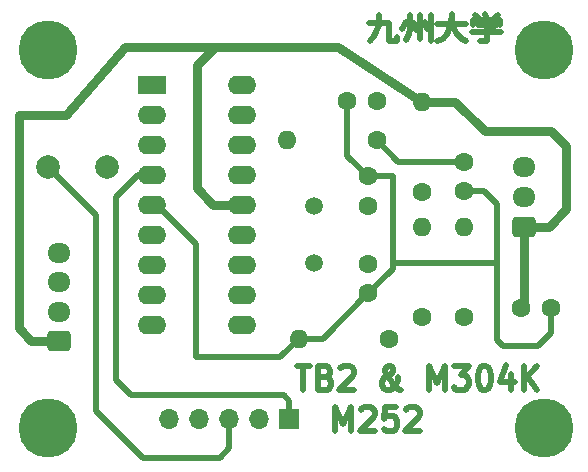
<source format=gbr>
%TF.GenerationSoftware,KiCad,Pcbnew,8.0.7-8.0.7-0~ubuntu22.04.1*%
%TF.CreationDate,2024-12-13T16:21:25+09:00*%
%TF.ProjectId,M252VOLTERA,4d323532-564f-44c5-9445-52412e6b6963,rev?*%
%TF.SameCoordinates,Original*%
%TF.FileFunction,Copper,L1,Top*%
%TF.FilePolarity,Positive*%
%FSLAX46Y46*%
G04 Gerber Fmt 4.6, Leading zero omitted, Abs format (unit mm)*
G04 Created by KiCad (PCBNEW 8.0.7-8.0.7-0~ubuntu22.04.1) date 2024-12-13 16:21:25*
%MOMM*%
%LPD*%
G01*
G04 APERTURE LIST*
G04 Aperture macros list*
%AMRoundRect*
0 Rectangle with rounded corners*
0 $1 Rounding radius*
0 $2 $3 $4 $5 $6 $7 $8 $9 X,Y pos of 4 corners*
0 Add a 4 corners polygon primitive as box body*
4,1,4,$2,$3,$4,$5,$6,$7,$8,$9,$2,$3,0*
0 Add four circle primitives for the rounded corners*
1,1,$1+$1,$2,$3*
1,1,$1+$1,$4,$5*
1,1,$1+$1,$6,$7*
1,1,$1+$1,$8,$9*
0 Add four rect primitives between the rounded corners*
20,1,$1+$1,$2,$3,$4,$5,0*
20,1,$1+$1,$4,$5,$6,$7,0*
20,1,$1+$1,$6,$7,$8,$9,0*
20,1,$1+$1,$8,$9,$2,$3,0*%
G04 Aperture macros list end*
%ADD10C,0.500000*%
%TA.AperFunction,NonConductor*%
%ADD11C,0.500000*%
%TD*%
%TA.AperFunction,ComponentPad*%
%ADD12RoundRect,0.250000X0.725000X-0.600000X0.725000X0.600000X-0.725000X0.600000X-0.725000X-0.600000X0*%
%TD*%
%TA.AperFunction,ComponentPad*%
%ADD13O,1.950000X1.700000*%
%TD*%
%TA.AperFunction,ComponentPad*%
%ADD14C,1.600000*%
%TD*%
%TA.AperFunction,ComponentPad*%
%ADD15O,1.600000X1.600000*%
%TD*%
%TA.AperFunction,ComponentPad*%
%ADD16C,2.000000*%
%TD*%
%TA.AperFunction,WasherPad*%
%ADD17C,5.000000*%
%TD*%
%TA.AperFunction,ComponentPad*%
%ADD18R,2.400000X1.600000*%
%TD*%
%TA.AperFunction,ComponentPad*%
%ADD19O,2.400000X1.600000*%
%TD*%
%TA.AperFunction,ComponentPad*%
%ADD20C,1.500000*%
%TD*%
%TA.AperFunction,ComponentPad*%
%ADD21R,1.700000X1.700000*%
%TD*%
%TA.AperFunction,ComponentPad*%
%ADD22O,1.700000X1.700000*%
%TD*%
%TA.AperFunction,Conductor*%
%ADD23C,0.800000*%
%TD*%
%TA.AperFunction,Conductor*%
%ADD24C,0.500000*%
%TD*%
G04 APERTURE END LIST*
D10*
D11*
X128305137Y-96229238D02*
X128305137Y-94229238D01*
X128305137Y-94229238D02*
X128971804Y-95657809D01*
X128971804Y-95657809D02*
X129638470Y-94229238D01*
X129638470Y-94229238D02*
X129638470Y-96229238D01*
X130495613Y-94419714D02*
X130590851Y-94324476D01*
X130590851Y-94324476D02*
X130781327Y-94229238D01*
X130781327Y-94229238D02*
X131257518Y-94229238D01*
X131257518Y-94229238D02*
X131447994Y-94324476D01*
X131447994Y-94324476D02*
X131543232Y-94419714D01*
X131543232Y-94419714D02*
X131638470Y-94610190D01*
X131638470Y-94610190D02*
X131638470Y-94800666D01*
X131638470Y-94800666D02*
X131543232Y-95086380D01*
X131543232Y-95086380D02*
X130400375Y-96229238D01*
X130400375Y-96229238D02*
X131638470Y-96229238D01*
X133447994Y-94229238D02*
X132495613Y-94229238D01*
X132495613Y-94229238D02*
X132400375Y-95181619D01*
X132400375Y-95181619D02*
X132495613Y-95086380D01*
X132495613Y-95086380D02*
X132686089Y-94991142D01*
X132686089Y-94991142D02*
X133162280Y-94991142D01*
X133162280Y-94991142D02*
X133352756Y-95086380D01*
X133352756Y-95086380D02*
X133447994Y-95181619D01*
X133447994Y-95181619D02*
X133543232Y-95372095D01*
X133543232Y-95372095D02*
X133543232Y-95848285D01*
X133543232Y-95848285D02*
X133447994Y-96038761D01*
X133447994Y-96038761D02*
X133352756Y-96134000D01*
X133352756Y-96134000D02*
X133162280Y-96229238D01*
X133162280Y-96229238D02*
X132686089Y-96229238D01*
X132686089Y-96229238D02*
X132495613Y-96134000D01*
X132495613Y-96134000D02*
X132400375Y-96038761D01*
X134305137Y-94419714D02*
X134400375Y-94324476D01*
X134400375Y-94324476D02*
X134590851Y-94229238D01*
X134590851Y-94229238D02*
X135067042Y-94229238D01*
X135067042Y-94229238D02*
X135257518Y-94324476D01*
X135257518Y-94324476D02*
X135352756Y-94419714D01*
X135352756Y-94419714D02*
X135447994Y-94610190D01*
X135447994Y-94610190D02*
X135447994Y-94800666D01*
X135447994Y-94800666D02*
X135352756Y-95086380D01*
X135352756Y-95086380D02*
X134209899Y-96229238D01*
X134209899Y-96229238D02*
X135447994Y-96229238D01*
D10*
D11*
X131971804Y-61038761D02*
X131971804Y-61895904D01*
X131971804Y-61895904D02*
X131781327Y-62467333D01*
X131781327Y-62467333D02*
X131590851Y-62753047D01*
X131590851Y-62753047D02*
X131209899Y-63229238D01*
X131114661Y-61705428D02*
X132828947Y-61705428D01*
X132828947Y-61705428D02*
X132828947Y-63229238D01*
X132828947Y-63229238D02*
X133495613Y-63229238D01*
X133495613Y-63229238D02*
X133495613Y-62848285D01*
X135495613Y-61038761D02*
X135495613Y-63038761D01*
X136447994Y-61038761D02*
X136447994Y-63229238D01*
X134924185Y-61705428D02*
X135114661Y-62276857D01*
X135876566Y-61610190D02*
X136067042Y-62181619D01*
X134257518Y-61610190D02*
X133971804Y-62181619D01*
X134638470Y-61038761D02*
X134638470Y-62181619D01*
X134638470Y-62181619D02*
X134543232Y-62657809D01*
X134543232Y-62657809D02*
X134257518Y-63134000D01*
X136924185Y-61800666D02*
X139400375Y-61800666D01*
X138162280Y-60943523D02*
X138162280Y-61705428D01*
X138162280Y-61705428D02*
X138543232Y-62562571D01*
X138543232Y-62562571D02*
X139019423Y-63038761D01*
X139019423Y-63038761D02*
X139400375Y-63229238D01*
X138067042Y-61895904D02*
X137781328Y-62657809D01*
X137781328Y-62657809D02*
X137400375Y-63038761D01*
X137400375Y-63038761D02*
X136924185Y-63229238D01*
X138162280Y-61134000D02*
X137971804Y-62276857D01*
X139876566Y-62467333D02*
X142352756Y-62467333D01*
X140543232Y-63229238D02*
X141114661Y-63229238D01*
X139971804Y-61419714D02*
X139971804Y-61895904D01*
X141114661Y-62276857D02*
X141114661Y-63229238D01*
X139971804Y-61419714D02*
X142257518Y-61419714D01*
X142257518Y-61419714D02*
X142257518Y-61895904D01*
X140162280Y-61038761D02*
X140447994Y-61324476D01*
X142067042Y-61038761D02*
X141686090Y-61419714D01*
X141019423Y-60943523D02*
X141114661Y-61324476D01*
X140352756Y-61895904D02*
X141876566Y-61895904D01*
X141876566Y-61895904D02*
X141114661Y-62181619D01*
D10*
D11*
X125019423Y-90729238D02*
X126162280Y-90729238D01*
X125590851Y-92729238D02*
X125590851Y-90729238D01*
X127495614Y-91681619D02*
X127781328Y-91776857D01*
X127781328Y-91776857D02*
X127876566Y-91872095D01*
X127876566Y-91872095D02*
X127971804Y-92062571D01*
X127971804Y-92062571D02*
X127971804Y-92348285D01*
X127971804Y-92348285D02*
X127876566Y-92538761D01*
X127876566Y-92538761D02*
X127781328Y-92634000D01*
X127781328Y-92634000D02*
X127590852Y-92729238D01*
X127590852Y-92729238D02*
X126828947Y-92729238D01*
X126828947Y-92729238D02*
X126828947Y-90729238D01*
X126828947Y-90729238D02*
X127495614Y-90729238D01*
X127495614Y-90729238D02*
X127686090Y-90824476D01*
X127686090Y-90824476D02*
X127781328Y-90919714D01*
X127781328Y-90919714D02*
X127876566Y-91110190D01*
X127876566Y-91110190D02*
X127876566Y-91300666D01*
X127876566Y-91300666D02*
X127781328Y-91491142D01*
X127781328Y-91491142D02*
X127686090Y-91586380D01*
X127686090Y-91586380D02*
X127495614Y-91681619D01*
X127495614Y-91681619D02*
X126828947Y-91681619D01*
X128733709Y-90919714D02*
X128828947Y-90824476D01*
X128828947Y-90824476D02*
X129019423Y-90729238D01*
X129019423Y-90729238D02*
X129495614Y-90729238D01*
X129495614Y-90729238D02*
X129686090Y-90824476D01*
X129686090Y-90824476D02*
X129781328Y-90919714D01*
X129781328Y-90919714D02*
X129876566Y-91110190D01*
X129876566Y-91110190D02*
X129876566Y-91300666D01*
X129876566Y-91300666D02*
X129781328Y-91586380D01*
X129781328Y-91586380D02*
X128638471Y-92729238D01*
X128638471Y-92729238D02*
X129876566Y-92729238D01*
X133876567Y-92729238D02*
X133781329Y-92729238D01*
X133781329Y-92729238D02*
X133590852Y-92634000D01*
X133590852Y-92634000D02*
X133305138Y-92348285D01*
X133305138Y-92348285D02*
X132828948Y-91776857D01*
X132828948Y-91776857D02*
X132638471Y-91491142D01*
X132638471Y-91491142D02*
X132543233Y-91205428D01*
X132543233Y-91205428D02*
X132543233Y-91014952D01*
X132543233Y-91014952D02*
X132638471Y-90824476D01*
X132638471Y-90824476D02*
X132828948Y-90729238D01*
X132828948Y-90729238D02*
X132924186Y-90729238D01*
X132924186Y-90729238D02*
X133114662Y-90824476D01*
X133114662Y-90824476D02*
X133209900Y-91014952D01*
X133209900Y-91014952D02*
X133209900Y-91110190D01*
X133209900Y-91110190D02*
X133114662Y-91300666D01*
X133114662Y-91300666D02*
X133019424Y-91395904D01*
X133019424Y-91395904D02*
X132447995Y-91776857D01*
X132447995Y-91776857D02*
X132352757Y-91872095D01*
X132352757Y-91872095D02*
X132257519Y-92062571D01*
X132257519Y-92062571D02*
X132257519Y-92348285D01*
X132257519Y-92348285D02*
X132352757Y-92538761D01*
X132352757Y-92538761D02*
X132447995Y-92634000D01*
X132447995Y-92634000D02*
X132638471Y-92729238D01*
X132638471Y-92729238D02*
X132924186Y-92729238D01*
X132924186Y-92729238D02*
X133114662Y-92634000D01*
X133114662Y-92634000D02*
X133209900Y-92538761D01*
X133209900Y-92538761D02*
X133495614Y-92157809D01*
X133495614Y-92157809D02*
X133590852Y-91872095D01*
X133590852Y-91872095D02*
X133590852Y-91681619D01*
X136257519Y-92729238D02*
X136257519Y-90729238D01*
X136257519Y-90729238D02*
X136924186Y-92157809D01*
X136924186Y-92157809D02*
X137590852Y-90729238D01*
X137590852Y-90729238D02*
X137590852Y-92729238D01*
X138352757Y-90729238D02*
X139590852Y-90729238D01*
X139590852Y-90729238D02*
X138924185Y-91491142D01*
X138924185Y-91491142D02*
X139209900Y-91491142D01*
X139209900Y-91491142D02*
X139400376Y-91586380D01*
X139400376Y-91586380D02*
X139495614Y-91681619D01*
X139495614Y-91681619D02*
X139590852Y-91872095D01*
X139590852Y-91872095D02*
X139590852Y-92348285D01*
X139590852Y-92348285D02*
X139495614Y-92538761D01*
X139495614Y-92538761D02*
X139400376Y-92634000D01*
X139400376Y-92634000D02*
X139209900Y-92729238D01*
X139209900Y-92729238D02*
X138638471Y-92729238D01*
X138638471Y-92729238D02*
X138447995Y-92634000D01*
X138447995Y-92634000D02*
X138352757Y-92538761D01*
X140828947Y-90729238D02*
X141019424Y-90729238D01*
X141019424Y-90729238D02*
X141209900Y-90824476D01*
X141209900Y-90824476D02*
X141305138Y-90919714D01*
X141305138Y-90919714D02*
X141400376Y-91110190D01*
X141400376Y-91110190D02*
X141495614Y-91491142D01*
X141495614Y-91491142D02*
X141495614Y-91967333D01*
X141495614Y-91967333D02*
X141400376Y-92348285D01*
X141400376Y-92348285D02*
X141305138Y-92538761D01*
X141305138Y-92538761D02*
X141209900Y-92634000D01*
X141209900Y-92634000D02*
X141019424Y-92729238D01*
X141019424Y-92729238D02*
X140828947Y-92729238D01*
X140828947Y-92729238D02*
X140638471Y-92634000D01*
X140638471Y-92634000D02*
X140543233Y-92538761D01*
X140543233Y-92538761D02*
X140447995Y-92348285D01*
X140447995Y-92348285D02*
X140352757Y-91967333D01*
X140352757Y-91967333D02*
X140352757Y-91491142D01*
X140352757Y-91491142D02*
X140447995Y-91110190D01*
X140447995Y-91110190D02*
X140543233Y-90919714D01*
X140543233Y-90919714D02*
X140638471Y-90824476D01*
X140638471Y-90824476D02*
X140828947Y-90729238D01*
X143209900Y-91395904D02*
X143209900Y-92729238D01*
X142733709Y-90634000D02*
X142257519Y-92062571D01*
X142257519Y-92062571D02*
X143495614Y-92062571D01*
X144257519Y-92729238D02*
X144257519Y-90729238D01*
X145400376Y-92729238D02*
X144543233Y-91586380D01*
X145400376Y-90729238D02*
X144257519Y-91872095D01*
D12*
%TO.P,J101,1,Pin_1*%
%TO.N,+5V*%
X104902000Y-88646000D03*
D13*
%TO.P,J101,2,Pin_2*%
%TO.N,/TB2_RX*%
X104902000Y-86146000D03*
%TO.P,J101,3,Pin_3*%
%TO.N,/TB2_TX*%
X104902000Y-83646000D03*
%TO.P,J101,4,Pin_4*%
%TO.N,GND*%
X104902000Y-81146000D03*
%TD*%
D14*
%TO.P,R101,1,1*%
%TO.N,Net-(C104-Pad1)*%
X135620000Y-75990000D03*
D15*
%TO.P,R101,2,2*%
%TO.N,+5V*%
X135620000Y-68370000D03*
%TD*%
D14*
%TO.P,C102,1,1*%
%TO.N,Net-(IC101-RA6)*%
X131064000Y-82082000D03*
%TO.P,C102,2,2*%
%TO.N,GND*%
X131064000Y-84582000D03*
%TD*%
D16*
%TO.P,SW101,1,1*%
%TO.N,Net-(C104-Pad1)*%
X109000000Y-73914000D03*
%TO.P,SW101,2,2*%
%TO.N,GND*%
X104000000Y-73914000D03*
%TD*%
D17*
%TO.P,REF\u002A\u002A,*%
%TO.N,*%
X104000000Y-96000000D03*
%TD*%
D14*
%TO.P,R104,1,1*%
%TO.N,Net-(J103-Pin_2)*%
X139192000Y-86614000D03*
D15*
%TO.P,R104,2,2*%
%TO.N,Net-(IC101-RA4)*%
X139192000Y-78994000D03*
%TD*%
D17*
%TO.P,REF\u002A\u002A,*%
%TO.N,*%
X104000000Y-64000000D03*
%TD*%
D14*
%TO.P,R105,1,1*%
%TO.N,Net-(J103-Pin_2)*%
X132810000Y-88417400D03*
D15*
%TO.P,R105,2,2*%
%TO.N,GND*%
X125190000Y-88417400D03*
%TD*%
D18*
%TO.P,IC101,1,RA2*%
%TO.N,unconnected-(IC101-RA2-Pad1)*%
X112776000Y-66929000D03*
D19*
%TO.P,IC101,2,RA3*%
%TO.N,unconnected-(IC101-RA3-Pad2)*%
X112776000Y-69469000D03*
%TO.P,IC101,3,RA4*%
%TO.N,Net-(IC101-RA4)*%
X112776000Y-72009000D03*
%TO.P,IC101,4,RA5/~{MCLR}/VPP*%
%TO.N,Net-(IC101-RA5{slash}~{MCLR}{slash}VPP)*%
X112776000Y-74549000D03*
%TO.P,IC101,5,VSS*%
%TO.N,GND*%
X112776000Y-77089000D03*
%TO.P,IC101,6,RB0*%
%TO.N,Net-(IC101-RB0)*%
X112776000Y-79629000D03*
%TO.P,IC101,7,RB1*%
%TO.N,unconnected-(IC101-RB1-Pad7)*%
X112776000Y-82169000D03*
%TO.P,IC101,8,RB2*%
%TO.N,/TB2_RX*%
X112776000Y-84709000D03*
%TO.P,IC101,9,RB3*%
%TO.N,unconnected-(IC101-RB3-Pad9)*%
X112776000Y-87249000D03*
%TO.P,IC101,10,RB4*%
%TO.N,unconnected-(IC101-RB4-Pad10)*%
X120396000Y-87249000D03*
%TO.P,IC101,11,RB5*%
%TO.N,/TB2_TX*%
X120396000Y-84709000D03*
%TO.P,IC101,12,RB6*%
%TO.N,Net-(IC101-RB6)*%
X120396000Y-82169000D03*
%TO.P,IC101,13,RB7*%
%TO.N,Net-(IC101-RB7)*%
X120396000Y-79629000D03*
%TO.P,IC101,14,VDD*%
%TO.N,+5V*%
X120396000Y-77089000D03*
%TO.P,IC101,15,RA6*%
%TO.N,Net-(IC101-RA6)*%
X120396000Y-74549000D03*
%TO.P,IC101,16,RA7*%
%TO.N,Net-(IC101-RA7)*%
X120396000Y-72009000D03*
%TO.P,IC101,17,RA0*%
%TO.N,unconnected-(IC101-RA0-Pad17)*%
X120396000Y-69469000D03*
%TO.P,IC101,18,RA1*%
%TO.N,unconnected-(IC101-RA1-Pad18)*%
X120396000Y-66929000D03*
%TD*%
D14*
%TO.P,C101,1*%
%TO.N,GND*%
X146538000Y-85852000D03*
%TO.P,C101,2*%
%TO.N,+5V*%
X144038000Y-85852000D03*
%TD*%
D20*
%TO.P,Q101,1,1*%
%TO.N,Net-(IC101-RA7)*%
X126492000Y-77162000D03*
%TO.P,Q101,2,2*%
%TO.N,Net-(IC101-RA6)*%
X126492000Y-82042000D03*
%TD*%
D14*
%TO.P,R103,1,1*%
%TO.N,Net-(IC101-RA4)*%
X131826000Y-71628000D03*
D15*
%TO.P,R103,2,2*%
%TO.N,Net-(IC101-RB0)*%
X124206000Y-71628000D03*
%TD*%
D14*
%TO.P,C104,1,1*%
%TO.N,Net-(C104-Pad1)*%
X131806000Y-68326000D03*
%TO.P,C104,2,2*%
%TO.N,GND*%
X129306000Y-68326000D03*
%TD*%
D21*
%TO.P,J102,1,Pin_1*%
%TO.N,Net-(IC101-RA5{slash}~{MCLR}{slash}VPP)*%
X124420000Y-95250000D03*
D22*
%TO.P,J102,2,Pin_2*%
%TO.N,+5V*%
X121880000Y-95250000D03*
%TO.P,J102,3,Pin_3*%
%TO.N,GND*%
X119340000Y-95250000D03*
%TO.P,J102,4,Pin_4*%
%TO.N,Net-(IC101-RB7)*%
X116800000Y-95250000D03*
%TO.P,J102,5,Pin_5*%
%TO.N,Net-(IC101-RB6)*%
X114260000Y-95250000D03*
%TD*%
D14*
%TO.P,C105,1,1*%
%TO.N,Net-(IC101-RA4)*%
X139192000Y-73426000D03*
%TO.P,C105,2,2*%
%TO.N,GND*%
X139192000Y-75926000D03*
%TD*%
D17*
%TO.P,REF\u002A\u002A,*%
%TO.N,*%
X146000000Y-64000000D03*
%TD*%
D14*
%TO.P,R102,1,1*%
%TO.N,Net-(IC101-RA5{slash}~{MCLR}{slash}VPP)*%
X135625000Y-86620000D03*
D15*
%TO.P,R102,2,2*%
%TO.N,Net-(C104-Pad1)*%
X135625000Y-79000000D03*
%TD*%
D12*
%TO.P,J103,1,Pin_1*%
%TO.N,+5V*%
X144304000Y-78918000D03*
D13*
%TO.P,J103,2,Pin_2*%
%TO.N,Net-(J103-Pin_2)*%
X144304000Y-76418000D03*
%TO.P,J103,3,Pin_3*%
%TO.N,unconnected-(J103-Pin_3-Pad3)*%
X144304000Y-73918000D03*
%TD*%
D17*
%TO.P,REF\u002A\u002A,*%
%TO.N,*%
X146000000Y-96000000D03*
%TD*%
D14*
%TO.P,C103,1,1*%
%TO.N,Net-(IC101-RA7)*%
X131038600Y-77165200D03*
%TO.P,C103,2,2*%
%TO.N,GND*%
X131038600Y-74665200D03*
%TD*%
D23*
%TO.N,+5V*%
X144304000Y-85586000D02*
X144038000Y-85852000D01*
X147828000Y-77470000D02*
X146380000Y-78918000D01*
X102500000Y-88646000D02*
X104902000Y-88646000D01*
X118110000Y-63754000D02*
X116586000Y-65278000D01*
X105500000Y-69500000D02*
X101500000Y-69500000D01*
X101500000Y-87500000D02*
X102500000Y-88646000D01*
X101500000Y-69500000D02*
X101500000Y-87500000D01*
X110500000Y-63750000D02*
X105500000Y-69500000D01*
X147828000Y-72136000D02*
X147828000Y-77470000D01*
X138474000Y-68370000D02*
X140970000Y-70866000D01*
X140970000Y-70866000D02*
X146558000Y-70866000D01*
X116586000Y-65278000D02*
X116586000Y-74422000D01*
X135620000Y-68370000D02*
X138474000Y-68370000D01*
X116586000Y-74422000D02*
X116586000Y-75692000D01*
X146558000Y-70866000D02*
X147828000Y-72136000D01*
X135620000Y-68370000D02*
X128500000Y-63754000D01*
X116586000Y-75692000D02*
X117983000Y-77089000D01*
X144304000Y-78918000D02*
X144304000Y-85586000D01*
X117983000Y-77089000D02*
X120396000Y-77089000D01*
X128500000Y-63754000D02*
X118110000Y-63754000D01*
X118110000Y-63754000D02*
X110490000Y-63754000D01*
X146380000Y-78918000D02*
X144304000Y-78918000D01*
D24*
%TO.N,GND*%
X131038600Y-74665200D02*
X133165200Y-74665200D01*
X119340000Y-97660000D02*
X118500000Y-98500000D01*
X142000000Y-82000000D02*
X142000000Y-88500000D01*
X118500000Y-98500000D02*
X112000000Y-98500000D01*
X129306000Y-72932600D02*
X131038600Y-74665200D01*
X116500000Y-90000000D02*
X123607400Y-90000000D01*
X140926000Y-75926000D02*
X142000000Y-77000000D01*
X108002000Y-94502000D02*
X108002000Y-77916000D01*
X133165200Y-82480800D02*
X131064000Y-84582000D01*
X146538000Y-87962000D02*
X146538000Y-85852000D01*
X133165200Y-82000000D02*
X133165200Y-82480800D01*
X142500000Y-89000000D02*
X145500000Y-89000000D01*
X108002000Y-77916000D02*
X104000000Y-73914000D01*
X145500000Y-89000000D02*
X146538000Y-87962000D01*
X125190000Y-88417400D02*
X127228600Y-88417400D01*
X116500000Y-80413000D02*
X116500000Y-90000000D01*
X133165200Y-74665200D02*
X133165200Y-82000000D01*
X113176000Y-77089000D02*
X116500000Y-80413000D01*
X112000000Y-98500000D02*
X108002000Y-94502000D01*
X119340000Y-95250000D02*
X119340000Y-97660000D01*
X127228600Y-88417400D02*
X131064000Y-84582000D01*
X139192000Y-75926000D02*
X140926000Y-75926000D01*
X112776000Y-77089000D02*
X113176000Y-77089000D01*
X142000000Y-88500000D02*
X142500000Y-89000000D01*
X129306000Y-68326000D02*
X129306000Y-72932600D01*
X123607400Y-90000000D02*
X125190000Y-88417400D01*
X133165200Y-82000000D02*
X142000000Y-82000000D01*
X142000000Y-77000000D02*
X142000000Y-82000000D01*
%TO.N,Net-(IC101-RA4)*%
X131826000Y-71628000D02*
X133624000Y-73426000D01*
X133624000Y-73426000D02*
X139192000Y-73426000D01*
%TO.N,Net-(IC101-RA5{slash}~{MCLR}{slash}VPP)*%
X109728000Y-91948000D02*
X110998000Y-93218000D01*
X111633000Y-74549000D02*
X109728000Y-76454000D01*
X124420000Y-93686000D02*
X124420000Y-95250000D01*
X123952000Y-93218000D02*
X124420000Y-93686000D01*
X110998000Y-93218000D02*
X123952000Y-93218000D01*
X112776000Y-74549000D02*
X111633000Y-74549000D01*
X109728000Y-76454000D02*
X109728000Y-91948000D01*
%TD*%
M02*

</source>
